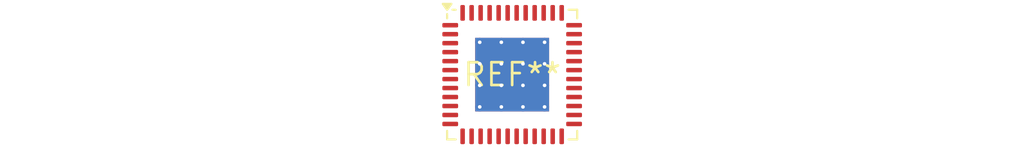
<source format=kicad_pcb>
(kicad_pcb (version 20240108) (generator pcbnew)
  (layers (0 "F.Cu" signal) (31 "B.Cu" signal) (34 "B.Paste" user) (35 "F.Paste" user) (36 "B.SilkS" user "B.Silkscreen") (37 "F.SilkS" user "F.Silkscreen") (38 "B.Mask" user) (39 "F.Mask" user) (44 "Edge.Cuts" user))
  (net 0 "")
  (footprint "VQFN-48-1EP_7x7mm_P0.5mm_EP4.1x4.1mm_ThermalVias" (layer "F.Cu") (at 0 0)
    (property "Reference" "REF**")
    (property "Value" "VQFN-48-1EP_7x7mm_P0.5mm_EP4.1x4.1mm_ThermalVias")
    (fp_line (start -3.61 -3.135) (end -3.61 -3.37) (layer "F.SilkS") (stroke (width 0.12)))
    (fp_line (start -3.61 3.61) (end -3.61 3.135) (layer "F.SilkS") (stroke (width 0.12)))
    (fp_line (start -3.135 -3.61) (end -3.31 -3.61) (layer "F.SilkS") (stroke (width 0.12)))
    (fp_line (start -3.135 3.61) (end -3.61 3.61) (layer "F.SilkS") (stroke (width 0.12)))
    (fp_line (start 3.135 -3.61) (end 3.61 -3.61) (layer "F.SilkS") (stroke (width 0.12)))
    (fp_line (start 3.135 3.61) (end 3.61 3.61) (layer "F.SilkS") (stroke (width 0.12)))
    (fp_line (start 3.61 -3.61) (end 3.61 -3.135) (layer "F.SilkS") (stroke (width 0.12)))
    (fp_line (start 3.61 3.61) (end 3.61 3.135) (layer "F.SilkS") (stroke (width 0.12)))
    (fp_poly (pts (xy -3.61 -3.61) (xy -3.85 -3.94) (xy -3.37 -3.94) (xy -3.61 -3.61)) (layer "F.SilkS") (stroke (width 0.12)) (fill solid))
    (pad "1" smd roundrect (at -3.4375 -2.75) (size 0.875 0.25) (layers "F.Cu" "F.Paste" "F.Mask"))
    (pad "2" smd roundrect (at -3.4375 -2.25) (size 0.875 0.25) (layers "F.Cu" "F.Paste" "F.Mask"))
    (pad "3" smd roundrect (at -3.4375 -1.75) (size 0.875 0.25) (layers "F.Cu" "F.Paste" "F.Mask"))
    (pad "4" smd roundrect (at -3.4375 -1.25) (size 0.875 0.25) (layers "F.Cu" "F.Paste" "F.Mask"))
    (pad "5" smd roundrect (at -3.4375 -0.75) (size 0.875 0.25) (layers "F.Cu" "F.Paste" "F.Mask"))
    (pad "6" smd roundrect (at -3.4375 -0.25) (size 0.875 0.25) (layers "F.Cu" "F.Paste" "F.Mask"))
    (pad "7" smd roundrect (at -3.4375 0.25) (size 0.875 0.25) (layers "F.Cu" "F.Paste" "F.Mask"))
    (pad "8" smd roundrect (at -3.4375 0.75) (size 0.875 0.25) (layers "F.Cu" "F.Paste" "F.Mask"))
    (pad "9" smd roundrect (at -3.4375 1.25) (size 0.875 0.25) (layers "F.Cu" "F.Paste" "F.Mask"))
    (pad "10" smd roundrect (at -3.4375 1.75) (size 0.875 0.25) (layers "F.Cu" "F.Paste" "F.Mask"))
    (pad "11" smd roundrect (at -3.4375 2.25) (size 0.875 0.25) (layers "F.Cu" "F.Paste" "F.Mask"))
    (pad "12" smd roundrect (at -3.4375 2.75) (size 0.875 0.25) (layers "F.Cu" "F.Paste" "F.Mask"))
    (pad "13" smd roundrect (at -2.75 3.4375) (size 0.25 0.875) (layers "F.Cu" "F.Paste" "F.Mask"))
    (pad "14" smd roundrect (at -2.25 3.4375) (size 0.25 0.875) (layers "F.Cu" "F.Paste" "F.Mask"))
    (pad "15" smd roundrect (at -1.75 3.4375) (size 0.25 0.875) (layers "F.Cu" "F.Paste" "F.Mask"))
    (pad "16" smd roundrect (at -1.25 3.4375) (size 0.25 0.875) (layers "F.Cu" "F.Paste" "F.Mask"))
    (pad "17" smd roundrect (at -0.75 3.4375) (size 0.25 0.875) (layers "F.Cu" "F.Paste" "F.Mask"))
    (pad "18" smd roundrect (at -0.25 3.4375) (size 0.25 0.875) (layers "F.Cu" "F.Paste" "F.Mask"))
    (pad "19" smd roundrect (at 0.25 3.4375) (size 0.25 0.875) (layers "F.Cu" "F.Paste" "F.Mask"))
    (pad "20" smd roundrect (at 0.75 3.4375) (size 0.25 0.875) (layers "F.Cu" "F.Paste" "F.Mask"))
    (pad "21" smd roundrect (at 1.25 3.4375) (size 0.25 0.875) (layers "F.Cu" "F.Paste" "F.Mask"))
    (pad "22" smd roundrect (at 1.75 3.4375) (size 0.25 0.875) (layers "F.Cu" "F.Paste" "F.Mask"))
    (pad "23" smd roundrect (at 2.25 3.4375) (size 0.25 0.875) (layers "F.Cu" "F.Paste" "F.Mask"))
    (pad "24" smd roundrect (at 2.75 3.4375) (size 0.25 0.875) (layers "F.Cu" "F.Paste" "F.Mask"))
    (pad "25" smd roundrect (at 3.4375 2.75) (size 0.875 0.25) (layers "F.Cu" "F.Paste" "F.Mask"))
    (pad "26" smd roundrect (at 3.4375 2.25) (size 0.875 0.25) (layers "F.Cu" "F.Paste" "F.Mask"))
    (pad "27" smd roundrect (at 3.4375 1.75) (size 0.875 0.25) (layers "F.Cu" "F.Paste" "F.Mask"))
    (pad "28" smd roundrect (at 3.4375 1.25) (size 0.875 0.25) (layers "F.Cu" "F.Paste" "F.Mask"))
    (pad "29" smd roundrect (at 3.4375 0.75) (size 0.875 0.25) (layers "F.Cu" "F.Paste" "F.Mask"))
    (pad "30" smd roundrect (at 3.4375 0.25) (size 0.875 0.25) (layers "F.Cu" "F.Paste" "F.Mask"))
    (pad "31" smd roundrect (at 3.4375 -0.25) (size 0.875 0.25) (layers "F.Cu" "F.Paste" "F.Mask"))
    (pad "32" smd roundrect (at 3.4375 -0.75) (size 0.875 0.25) (layers "F.Cu" "F.Paste" "F.Mask"))
    (pad "33" smd roundrect (at 3.4375 -1.25) (size 0.875 0.25) (layers "F.Cu" "F.Paste" "F.Mask"))
    (pad "34" smd roundrect (at 3.4375 -1.75) (size 0.875 0.25) (layers "F.Cu" "F.Paste" "F.Mask"))
    (pad "35" smd roundrect (at 3.4375 -2.25) (size 0.875 0.25) (layers "F.Cu" "F.Paste" "F.Mask"))
    (pad "36" smd roundrect (at 3.4375 -2.75) (size 0.875 0.25) (layers "F.Cu" "F.Paste" "F.Mask"))
    (pad "37" smd roundrect (at 2.75 -3.4375) (size 0.25 0.875) (layers "F.Cu" "F.Paste" "F.Mask"))
    (pad "38" smd roundrect (at 2.25 -3.4375) (size 0.25 0.875) (layers "F.Cu" "F.Paste" "F.Mask"))
    (pad "39" smd roundrect (at 1.75 -3.4375) (size 0.25 0.875) (layers "F.Cu" "F.Paste" "F.Mask"))
    (pad "40" smd roundrect (at 1.25 -3.4375) (size 0.25 0.875) (layers "F.Cu" "F.Paste" "F.Mask"))
    (pad "41" smd roundrect (at 0.75 -3.4375) (size 0.25 0.875) (layers "F.Cu" "F.Paste" "F.Mask"))
    (pad "42" smd roundrect (at 0.25 -3.4375) (size 0.25 0.875) (layers "F.Cu" "F.Paste" "F.Mask"))
    (pad "43" smd roundrect (at -0.25 -3.4375) (size 0.25 0.875) (layers "F.Cu" "F.Paste" "F.Mask"))
    (pad "44" smd roundrect (at -0.75 -3.4375) (size 0.25 0.875) (layers "F.Cu" "F.Paste" "F.Mask"))
    (pad "45" smd roundrect (at -1.25 -3.4375) (size 0.25 0.875) (layers "F.Cu" "F.Paste" "F.Mask"))
    (pad "46" smd roundrect (at -1.75 -3.4375) (size 0.25 0.875) (layers "F.Cu" "F.Paste" "F.Mask"))
    (pad "47" smd roundrect (at -2.25 -3.4375) (size 0.25 0.875) (layers "F.Cu" "F.Paste" "F.Mask"))
    (pad "48" smd roundrect (at -2.75 -3.4375) (size 0.25 0.875) (layers "F.Cu" "F.Paste" "F.Mask"))
    (pad "49" thru_hole circle (at -1.8 -1.8) (size 0.5 0.5) (drill 0.2) (property pad_prop_heatsink) (layers *.Cu) (remove_unused_layers))
    (pad "49" thru_hole circle (at -1.8 -0.6) (size 0.5 0.5) (drill 0.2) (property pad_prop_heatsink) (layers *.Cu) (remove_unused_layers))
    (pad "49" thru_hole circle (at -1.8 0.6) (size 0.5 0.5) (drill 0.2) (property pad_prop_heatsink) (layers *.Cu) (remove_unused_layers))
    (pad "49" thru_hole circle (at -1.8 1.8) (size 0.5 0.5) (drill 0.2) (property pad_prop_heatsink) (layers *.Cu) (remove_unused_layers))
    (pad "49" thru_hole circle (at -0.6 -1.8) (size 0.5 0.5) (drill 0.2) (property pad_prop_heatsink) (layers *.Cu) (remove_unused_layers))
    (pad "49" thru_hole circle (at -0.6 -0.6) (size 0.5 0.5) (drill 0.2) (property pad_prop_heatsink) (layers *.Cu) (remove_unused_layers))
    (pad "49" thru_hole circle (at -0.6 0.6) (size 0.5 0.5) (drill 0.2) (property pad_prop_heatsink) (layers *.Cu) (remove_unused_layers))
    (pad "49" thru_hole circle (at -0.6 1.8) (size 0.5 0.5) (drill 0.2) (property pad_prop_heatsink) (layers *.Cu) (remove_unused_layers))
    (pad "49" smd rect (at 0 0) (size 4.1 4.1) (property pad_prop_heatsink) (layers "F.Cu" "F.Mask"))
    (pad "49" smd rect (at 0 0) (size 4.1 4.1) (property pad_prop_heatsink) (layers "B.Cu"))
    (pad "49" thru_hole circle (at 0.6 -1.8) (size 0.5 0.5) (drill 0.2) (property pad_prop_heatsink) (layers *.Cu) (remove_unused_layers))
    (pad "49" thru_hole circle (at 0.6 -0.6) (size 0.5 0.5) (drill 0.2) (property pad_prop_heatsink) (layers *.Cu) (remove_unused_layers))
    (pad "49" thru_hole circle (at 0.6 0.6) (size 0.5 0.5) (drill 0.2) (property pad_prop_heatsink) (layers *.Cu) (remove_unused_layers))
    (pad "49" thru_hole circle (at 0.6 1.8) (size 0.5 0.5) (drill 0.2) (property pad_prop_heatsink) (layers *.Cu) (remove_unused_layers))
    (pad "49" thru_hole circle (at 1.8 -1.8) (size 0.5 0.5) (drill 0.2) (property pad_prop_heatsink) (layers *.Cu) (remove_unused_layers))
    (pad "49" thru_hole circle (at 1.8 -0.6) (size 0.5 0.5) (drill 0.2) (property pad_prop_heatsink) (layers *.Cu) (remove_unused_layers))
    (pad "49" thru_hole circle (at 1.8 0.6) (size 0.5 0.5) (drill 0.2) (property pad_prop_heatsink) (layers *.Cu) (remove_unused_layers))
    (pad "49" thru_hole circle (at 1.8 1.8) (size 0.5 0.5) (drill 0.2) (property pad_prop_heatsink) (layers *.Cu) (remove_unused_layers))
  )
)
</source>
